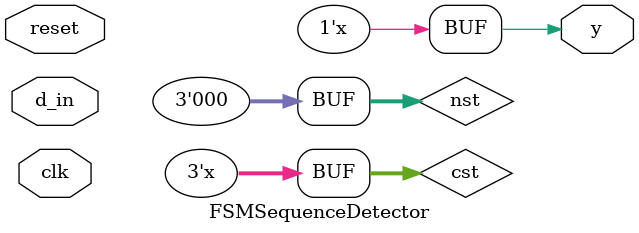
<source format=v>
module FSMSequenceDetector (
  input clk,
  input reset,
  input d_in,
  output reg y
);
reg [2:0]cst,nst;
parameter s0=3'b000,
          s1=3'b001,
          s2=3'b010,
          s3=3'b100,
          s4=3'b101;
always@(cst or d_in)
begin
case(cst)
s0:if(d_in==1'b1)
    begin
     nst=s1;
     y=1'b0;
    end
   else cst=nst;
s1:if(d_in==1'b0)
    begin
     nst=s2;
     y=1'b0;
    end 
   else cst=nst;
s2:if(d_in==1'b1)
    begin
     nst=s3;
     y=1'b0;
    end 
   else 
    begin
     nst=s0;
     y=1'b0;
    end
s3:if(d_in==1'b0)
    begin
     nst=s2;
     y=1'b1;
    end 
   else
   begin 
   nst=s1;
   y=1'b0;
   end
default nst=s0;   
   endcase
   end
always@(posedge clk) begin
    if(reset)
        cst<=s0;
     else
        cst<=nst;
        end
endmodule
</source>
